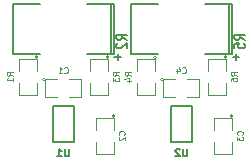
<source format=gbo>
G04 (created by PCBNEW (2013-mar-13)-testing) date Tue 02 Apr 2013 06:59:38 PM CEST*
%MOIN*%
G04 Gerber Fmt 3.4, Leading zero omitted, Abs format*
%FSLAX34Y34*%
G01*
G70*
G90*
G04 APERTURE LIST*
%ADD10C,0.006*%
%ADD11C,0.005*%
%ADD12C,0.0059*%
%ADD13C,0.0039*%
%ADD14C,0.00590551*%
%ADD15C,0.0043*%
G04 APERTURE END LIST*
G54D10*
G54D11*
X46019Y-46447D02*
X45319Y-46447D01*
X45319Y-46447D02*
X45319Y-47647D01*
X45319Y-47647D02*
X46019Y-47647D01*
X46019Y-47647D02*
X46019Y-46447D01*
X42082Y-46447D02*
X41382Y-46447D01*
X41382Y-46447D02*
X41382Y-47647D01*
X41382Y-47647D02*
X42082Y-47647D01*
X42082Y-47647D02*
X42082Y-46447D01*
G54D12*
X47243Y-43070D02*
X47243Y-44724D01*
X47362Y-43070D02*
X47362Y-44724D01*
X43976Y-43070D02*
X43976Y-44724D01*
X44883Y-44726D02*
X43983Y-44726D01*
X43983Y-43068D02*
X44883Y-43068D01*
X46456Y-43068D02*
X47356Y-43068D01*
X47355Y-44726D02*
X46455Y-44726D01*
X43306Y-43070D02*
X43306Y-44724D01*
X43425Y-43070D02*
X43425Y-44724D01*
X40039Y-43070D02*
X40039Y-44724D01*
X40946Y-44726D02*
X40046Y-44726D01*
X40046Y-43068D02*
X40946Y-43068D01*
X42519Y-43068D02*
X43419Y-43068D01*
X43418Y-44726D02*
X42518Y-44726D01*
G54D13*
X45069Y-45566D02*
G75*
G03X45069Y-45566I-50J0D01*
G74*
G01*
X45469Y-45566D02*
X45069Y-45566D01*
X45069Y-45566D02*
X45069Y-46166D01*
X45069Y-46166D02*
X45469Y-46166D01*
X45869Y-46166D02*
X46269Y-46166D01*
X46269Y-46166D02*
X46269Y-45566D01*
X46269Y-45566D02*
X45869Y-45566D01*
X41132Y-45566D02*
G75*
G03X41132Y-45566I-50J0D01*
G74*
G01*
X41532Y-45566D02*
X41132Y-45566D01*
X41132Y-45566D02*
X41132Y-46166D01*
X41132Y-46166D02*
X41532Y-46166D01*
X41932Y-46166D02*
X42332Y-46166D01*
X42332Y-46166D02*
X42332Y-45566D01*
X42332Y-45566D02*
X41932Y-45566D01*
X40901Y-44822D02*
G75*
G03X40901Y-44822I-50J0D01*
G74*
G01*
X40851Y-45272D02*
X40851Y-44872D01*
X40851Y-44872D02*
X40251Y-44872D01*
X40251Y-44872D02*
X40251Y-45272D01*
X40251Y-45672D02*
X40251Y-46072D01*
X40251Y-46072D02*
X40851Y-46072D01*
X40851Y-46072D02*
X40851Y-45672D01*
X43263Y-44822D02*
G75*
G03X43263Y-44822I-50J0D01*
G74*
G01*
X43213Y-45272D02*
X43213Y-44872D01*
X43213Y-44872D02*
X42613Y-44872D01*
X42613Y-44872D02*
X42613Y-45272D01*
X42613Y-45672D02*
X42613Y-46072D01*
X42613Y-46072D02*
X43213Y-46072D01*
X43213Y-46072D02*
X43213Y-45672D01*
X44838Y-44822D02*
G75*
G03X44838Y-44822I-50J0D01*
G74*
G01*
X44788Y-45272D02*
X44788Y-44872D01*
X44788Y-44872D02*
X44188Y-44872D01*
X44188Y-44872D02*
X44188Y-45272D01*
X44188Y-45672D02*
X44188Y-46072D01*
X44188Y-46072D02*
X44788Y-46072D01*
X44788Y-46072D02*
X44788Y-45672D01*
X47200Y-44822D02*
G75*
G03X47200Y-44822I-50J0D01*
G74*
G01*
X47150Y-45272D02*
X47150Y-44872D01*
X47150Y-44872D02*
X46550Y-44872D01*
X46550Y-44872D02*
X46550Y-45272D01*
X46550Y-45672D02*
X46550Y-46072D01*
X46550Y-46072D02*
X47150Y-46072D01*
X47150Y-46072D02*
X47150Y-45672D01*
X47397Y-46790D02*
G75*
G03X47397Y-46790I-50J0D01*
G74*
G01*
X47347Y-47240D02*
X47347Y-46840D01*
X47347Y-46840D02*
X46747Y-46840D01*
X46747Y-46840D02*
X46747Y-47240D01*
X46747Y-47640D02*
X46747Y-48040D01*
X46747Y-48040D02*
X47347Y-48040D01*
X47347Y-48040D02*
X47347Y-47640D01*
X43460Y-46790D02*
G75*
G03X43460Y-46790I-50J0D01*
G74*
G01*
X43410Y-47240D02*
X43410Y-46840D01*
X43410Y-46840D02*
X42810Y-46840D01*
X42810Y-46840D02*
X42810Y-47240D01*
X42810Y-47640D02*
X42810Y-48040D01*
X42810Y-48040D02*
X43410Y-48040D01*
X43410Y-48040D02*
X43410Y-47640D01*
G54D11*
X45859Y-47882D02*
X45859Y-48085D01*
X45847Y-48108D01*
X45835Y-48120D01*
X45812Y-48132D01*
X45764Y-48132D01*
X45740Y-48120D01*
X45728Y-48108D01*
X45716Y-48085D01*
X45716Y-47882D01*
X45609Y-47906D02*
X45597Y-47894D01*
X45574Y-47882D01*
X45514Y-47882D01*
X45490Y-47894D01*
X45478Y-47906D01*
X45466Y-47930D01*
X45466Y-47954D01*
X45478Y-47989D01*
X45621Y-48132D01*
X45466Y-48132D01*
X41922Y-47882D02*
X41922Y-48085D01*
X41910Y-48108D01*
X41898Y-48120D01*
X41875Y-48132D01*
X41827Y-48132D01*
X41803Y-48120D01*
X41791Y-48108D01*
X41779Y-48085D01*
X41779Y-47882D01*
X41529Y-48132D02*
X41672Y-48132D01*
X41601Y-48132D02*
X41601Y-47882D01*
X41625Y-47918D01*
X41648Y-47942D01*
X41672Y-47954D01*
X47779Y-44241D02*
X47612Y-44141D01*
X47779Y-44069D02*
X47429Y-44069D01*
X47429Y-44184D01*
X47446Y-44212D01*
X47462Y-44227D01*
X47496Y-44241D01*
X47546Y-44241D01*
X47579Y-44227D01*
X47596Y-44212D01*
X47612Y-44184D01*
X47612Y-44069D01*
X47429Y-44512D02*
X47429Y-44369D01*
X47596Y-44355D01*
X47579Y-44369D01*
X47562Y-44398D01*
X47562Y-44469D01*
X47579Y-44498D01*
X47596Y-44512D01*
X47629Y-44527D01*
X47712Y-44527D01*
X47746Y-44512D01*
X47762Y-44498D01*
X47779Y-44469D01*
X47779Y-44398D01*
X47762Y-44369D01*
X47746Y-44355D01*
G54D14*
X47585Y-44810D02*
X47375Y-44810D01*
X47480Y-44915D02*
X47480Y-44705D01*
G54D11*
X43842Y-44241D02*
X43675Y-44141D01*
X43842Y-44069D02*
X43492Y-44069D01*
X43492Y-44184D01*
X43509Y-44212D01*
X43525Y-44227D01*
X43559Y-44241D01*
X43609Y-44241D01*
X43642Y-44227D01*
X43659Y-44212D01*
X43675Y-44184D01*
X43675Y-44069D01*
X43525Y-44355D02*
X43509Y-44369D01*
X43492Y-44398D01*
X43492Y-44469D01*
X43509Y-44498D01*
X43525Y-44512D01*
X43559Y-44527D01*
X43592Y-44527D01*
X43642Y-44512D01*
X43842Y-44341D01*
X43842Y-44527D01*
G54D14*
X43648Y-44810D02*
X43438Y-44810D01*
X43543Y-44915D02*
X43543Y-44705D01*
G54D15*
X45702Y-45336D02*
X45711Y-45345D01*
X45739Y-45355D01*
X45758Y-45355D01*
X45786Y-45345D01*
X45805Y-45327D01*
X45814Y-45308D01*
X45824Y-45270D01*
X45824Y-45242D01*
X45814Y-45205D01*
X45805Y-45186D01*
X45786Y-45167D01*
X45758Y-45158D01*
X45739Y-45158D01*
X45711Y-45167D01*
X45702Y-45177D01*
X45533Y-45223D02*
X45533Y-45355D01*
X45580Y-45148D02*
X45627Y-45289D01*
X45505Y-45289D01*
X41765Y-45336D02*
X41774Y-45345D01*
X41802Y-45355D01*
X41821Y-45355D01*
X41849Y-45345D01*
X41868Y-45327D01*
X41877Y-45308D01*
X41887Y-45270D01*
X41887Y-45242D01*
X41877Y-45205D01*
X41868Y-45186D01*
X41849Y-45167D01*
X41821Y-45158D01*
X41802Y-45158D01*
X41774Y-45167D01*
X41765Y-45177D01*
X41577Y-45355D02*
X41690Y-45355D01*
X41633Y-45355D02*
X41633Y-45158D01*
X41652Y-45186D01*
X41671Y-45205D01*
X41690Y-45214D01*
X40040Y-45439D02*
X39946Y-45373D01*
X40040Y-45327D02*
X39843Y-45327D01*
X39843Y-45402D01*
X39852Y-45420D01*
X39862Y-45430D01*
X39880Y-45439D01*
X39909Y-45439D01*
X39927Y-45430D01*
X39937Y-45420D01*
X39946Y-45402D01*
X39946Y-45327D01*
X40040Y-45627D02*
X40040Y-45514D01*
X40040Y-45570D02*
X39843Y-45570D01*
X39871Y-45552D01*
X39890Y-45533D01*
X39899Y-45514D01*
X43583Y-45439D02*
X43489Y-45373D01*
X43583Y-45327D02*
X43386Y-45327D01*
X43386Y-45402D01*
X43396Y-45420D01*
X43405Y-45430D01*
X43424Y-45439D01*
X43452Y-45439D01*
X43471Y-45430D01*
X43480Y-45420D01*
X43489Y-45402D01*
X43489Y-45327D01*
X43386Y-45505D02*
X43386Y-45627D01*
X43461Y-45561D01*
X43461Y-45589D01*
X43471Y-45608D01*
X43480Y-45617D01*
X43499Y-45627D01*
X43546Y-45627D01*
X43564Y-45617D01*
X43574Y-45608D01*
X43583Y-45589D01*
X43583Y-45533D01*
X43574Y-45514D01*
X43564Y-45505D01*
X43977Y-45439D02*
X43883Y-45373D01*
X43977Y-45327D02*
X43780Y-45327D01*
X43780Y-45402D01*
X43789Y-45420D01*
X43799Y-45430D01*
X43817Y-45439D01*
X43846Y-45439D01*
X43864Y-45430D01*
X43874Y-45420D01*
X43883Y-45402D01*
X43883Y-45327D01*
X43846Y-45608D02*
X43977Y-45608D01*
X43770Y-45561D02*
X43911Y-45514D01*
X43911Y-45636D01*
X47520Y-45439D02*
X47426Y-45373D01*
X47520Y-45327D02*
X47323Y-45327D01*
X47323Y-45402D01*
X47333Y-45420D01*
X47342Y-45430D01*
X47361Y-45439D01*
X47389Y-45439D01*
X47408Y-45430D01*
X47417Y-45420D01*
X47426Y-45402D01*
X47426Y-45327D01*
X47323Y-45608D02*
X47323Y-45570D01*
X47333Y-45552D01*
X47342Y-45542D01*
X47370Y-45524D01*
X47408Y-45514D01*
X47483Y-45514D01*
X47501Y-45524D01*
X47511Y-45533D01*
X47520Y-45552D01*
X47520Y-45589D01*
X47511Y-45608D01*
X47501Y-45617D01*
X47483Y-45627D01*
X47436Y-45627D01*
X47417Y-45617D01*
X47408Y-45608D01*
X47398Y-45589D01*
X47398Y-45552D01*
X47408Y-45533D01*
X47417Y-45524D01*
X47436Y-45514D01*
X47698Y-47408D02*
X47708Y-47398D01*
X47717Y-47370D01*
X47717Y-47351D01*
X47708Y-47323D01*
X47689Y-47304D01*
X47670Y-47295D01*
X47633Y-47286D01*
X47604Y-47286D01*
X47567Y-47295D01*
X47548Y-47304D01*
X47529Y-47323D01*
X47520Y-47351D01*
X47520Y-47370D01*
X47529Y-47398D01*
X47539Y-47408D01*
X47520Y-47473D02*
X47520Y-47595D01*
X47595Y-47530D01*
X47595Y-47558D01*
X47604Y-47576D01*
X47614Y-47586D01*
X47633Y-47595D01*
X47680Y-47595D01*
X47698Y-47586D01*
X47708Y-47576D01*
X47717Y-47558D01*
X47717Y-47501D01*
X47708Y-47483D01*
X47698Y-47473D01*
X43761Y-47408D02*
X43771Y-47398D01*
X43780Y-47370D01*
X43780Y-47351D01*
X43771Y-47323D01*
X43752Y-47304D01*
X43733Y-47295D01*
X43696Y-47286D01*
X43667Y-47286D01*
X43630Y-47295D01*
X43611Y-47304D01*
X43592Y-47323D01*
X43583Y-47351D01*
X43583Y-47370D01*
X43592Y-47398D01*
X43602Y-47408D01*
X43602Y-47483D02*
X43592Y-47492D01*
X43583Y-47511D01*
X43583Y-47558D01*
X43592Y-47576D01*
X43602Y-47586D01*
X43621Y-47595D01*
X43639Y-47595D01*
X43667Y-47586D01*
X43780Y-47473D01*
X43780Y-47595D01*
M02*

</source>
